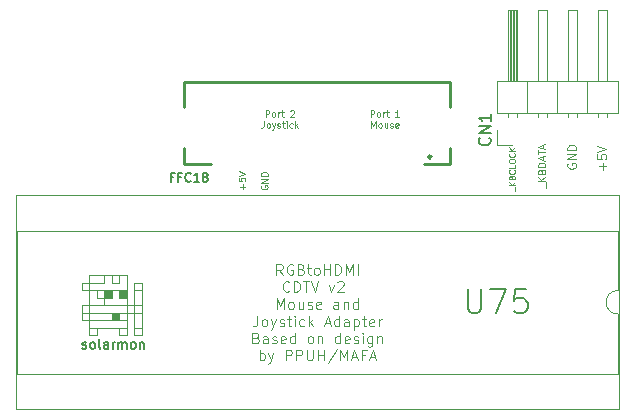
<source format=gbr>
G04 #@! TF.GenerationSoftware,KiCad,Pcbnew,(5.1.12)-1*
G04 #@! TF.CreationDate,2022-03-08T21:56:06+00:00*
G04 #@! TF.ProjectId,RGBtoHDMI CDTV v2 - Mouse and Joystick Adapter,52474274-6f48-4444-9d49-204344545620,v2*
G04 #@! TF.SameCoordinates,Original*
G04 #@! TF.FileFunction,Legend,Top*
G04 #@! TF.FilePolarity,Positive*
%FSLAX46Y46*%
G04 Gerber Fmt 4.6, Leading zero omitted, Abs format (unit mm)*
G04 Created by KiCad (PCBNEW (5.1.12)-1) date 2022-03-08 21:56:06*
%MOMM*%
%LPD*%
G01*
G04 APERTURE LIST*
%ADD10C,0.100000*%
%ADD11C,0.150000*%
%ADD12C,0.120000*%
%ADD13C,0.254000*%
%ADD14C,0.200000*%
G04 APERTURE END LIST*
D10*
X115648333Y-115991309D02*
X115648333Y-115441309D01*
X115857857Y-115441309D01*
X115910238Y-115467500D01*
X115936428Y-115493690D01*
X115962619Y-115546071D01*
X115962619Y-115624642D01*
X115936428Y-115677023D01*
X115910238Y-115703214D01*
X115857857Y-115729404D01*
X115648333Y-115729404D01*
X116276904Y-115991309D02*
X116224523Y-115965119D01*
X116198333Y-115938928D01*
X116172142Y-115886547D01*
X116172142Y-115729404D01*
X116198333Y-115677023D01*
X116224523Y-115650833D01*
X116276904Y-115624642D01*
X116355476Y-115624642D01*
X116407857Y-115650833D01*
X116434047Y-115677023D01*
X116460238Y-115729404D01*
X116460238Y-115886547D01*
X116434047Y-115938928D01*
X116407857Y-115965119D01*
X116355476Y-115991309D01*
X116276904Y-115991309D01*
X116695952Y-115991309D02*
X116695952Y-115624642D01*
X116695952Y-115729404D02*
X116722142Y-115677023D01*
X116748333Y-115650833D01*
X116800714Y-115624642D01*
X116853095Y-115624642D01*
X116957857Y-115624642D02*
X117167380Y-115624642D01*
X117036428Y-115441309D02*
X117036428Y-115912738D01*
X117062619Y-115965119D01*
X117115000Y-115991309D01*
X117167380Y-115991309D01*
X117743571Y-115493690D02*
X117769761Y-115467500D01*
X117822142Y-115441309D01*
X117953095Y-115441309D01*
X118005476Y-115467500D01*
X118031666Y-115493690D01*
X118057857Y-115546071D01*
X118057857Y-115598452D01*
X118031666Y-115677023D01*
X117717380Y-115991309D01*
X118057857Y-115991309D01*
X115491190Y-116366309D02*
X115491190Y-116759166D01*
X115465000Y-116837738D01*
X115412619Y-116890119D01*
X115334047Y-116916309D01*
X115281666Y-116916309D01*
X115831666Y-116916309D02*
X115779285Y-116890119D01*
X115753095Y-116863928D01*
X115726904Y-116811547D01*
X115726904Y-116654404D01*
X115753095Y-116602023D01*
X115779285Y-116575833D01*
X115831666Y-116549642D01*
X115910238Y-116549642D01*
X115962619Y-116575833D01*
X115988809Y-116602023D01*
X116015000Y-116654404D01*
X116015000Y-116811547D01*
X115988809Y-116863928D01*
X115962619Y-116890119D01*
X115910238Y-116916309D01*
X115831666Y-116916309D01*
X116198333Y-116549642D02*
X116329285Y-116916309D01*
X116460238Y-116549642D02*
X116329285Y-116916309D01*
X116276904Y-117047261D01*
X116250714Y-117073452D01*
X116198333Y-117099642D01*
X116643571Y-116890119D02*
X116695952Y-116916309D01*
X116800714Y-116916309D01*
X116853095Y-116890119D01*
X116879285Y-116837738D01*
X116879285Y-116811547D01*
X116853095Y-116759166D01*
X116800714Y-116732976D01*
X116722142Y-116732976D01*
X116669761Y-116706785D01*
X116643571Y-116654404D01*
X116643571Y-116628214D01*
X116669761Y-116575833D01*
X116722142Y-116549642D01*
X116800714Y-116549642D01*
X116853095Y-116575833D01*
X117036428Y-116549642D02*
X117245952Y-116549642D01*
X117115000Y-116366309D02*
X117115000Y-116837738D01*
X117141190Y-116890119D01*
X117193571Y-116916309D01*
X117245952Y-116916309D01*
X117429285Y-116916309D02*
X117429285Y-116549642D01*
X117429285Y-116366309D02*
X117403095Y-116392500D01*
X117429285Y-116418690D01*
X117455476Y-116392500D01*
X117429285Y-116366309D01*
X117429285Y-116418690D01*
X117926904Y-116890119D02*
X117874523Y-116916309D01*
X117769761Y-116916309D01*
X117717380Y-116890119D01*
X117691190Y-116863928D01*
X117665000Y-116811547D01*
X117665000Y-116654404D01*
X117691190Y-116602023D01*
X117717380Y-116575833D01*
X117769761Y-116549642D01*
X117874523Y-116549642D01*
X117926904Y-116575833D01*
X118162619Y-116916309D02*
X118162619Y-116366309D01*
X118215000Y-116706785D02*
X118372142Y-116916309D01*
X118372142Y-116549642D02*
X118162619Y-116759166D01*
X124538333Y-115991309D02*
X124538333Y-115441309D01*
X124747857Y-115441309D01*
X124800238Y-115467500D01*
X124826428Y-115493690D01*
X124852619Y-115546071D01*
X124852619Y-115624642D01*
X124826428Y-115677023D01*
X124800238Y-115703214D01*
X124747857Y-115729404D01*
X124538333Y-115729404D01*
X125166904Y-115991309D02*
X125114523Y-115965119D01*
X125088333Y-115938928D01*
X125062142Y-115886547D01*
X125062142Y-115729404D01*
X125088333Y-115677023D01*
X125114523Y-115650833D01*
X125166904Y-115624642D01*
X125245476Y-115624642D01*
X125297857Y-115650833D01*
X125324047Y-115677023D01*
X125350238Y-115729404D01*
X125350238Y-115886547D01*
X125324047Y-115938928D01*
X125297857Y-115965119D01*
X125245476Y-115991309D01*
X125166904Y-115991309D01*
X125585952Y-115991309D02*
X125585952Y-115624642D01*
X125585952Y-115729404D02*
X125612142Y-115677023D01*
X125638333Y-115650833D01*
X125690714Y-115624642D01*
X125743095Y-115624642D01*
X125847857Y-115624642D02*
X126057380Y-115624642D01*
X125926428Y-115441309D02*
X125926428Y-115912738D01*
X125952619Y-115965119D01*
X126005000Y-115991309D01*
X126057380Y-115991309D01*
X126947857Y-115991309D02*
X126633571Y-115991309D01*
X126790714Y-115991309D02*
X126790714Y-115441309D01*
X126738333Y-115519880D01*
X126685952Y-115572261D01*
X126633571Y-115598452D01*
X124590714Y-116916309D02*
X124590714Y-116366309D01*
X124774047Y-116759166D01*
X124957380Y-116366309D01*
X124957380Y-116916309D01*
X125297857Y-116916309D02*
X125245476Y-116890119D01*
X125219285Y-116863928D01*
X125193095Y-116811547D01*
X125193095Y-116654404D01*
X125219285Y-116602023D01*
X125245476Y-116575833D01*
X125297857Y-116549642D01*
X125376428Y-116549642D01*
X125428809Y-116575833D01*
X125455000Y-116602023D01*
X125481190Y-116654404D01*
X125481190Y-116811547D01*
X125455000Y-116863928D01*
X125428809Y-116890119D01*
X125376428Y-116916309D01*
X125297857Y-116916309D01*
X125952619Y-116549642D02*
X125952619Y-116916309D01*
X125716904Y-116549642D02*
X125716904Y-116837738D01*
X125743095Y-116890119D01*
X125795476Y-116916309D01*
X125874047Y-116916309D01*
X125926428Y-116890119D01*
X125952619Y-116863928D01*
X126188333Y-116890119D02*
X126240714Y-116916309D01*
X126345476Y-116916309D01*
X126397857Y-116890119D01*
X126424047Y-116837738D01*
X126424047Y-116811547D01*
X126397857Y-116759166D01*
X126345476Y-116732976D01*
X126266904Y-116732976D01*
X126214523Y-116706785D01*
X126188333Y-116654404D01*
X126188333Y-116628214D01*
X126214523Y-116575833D01*
X126266904Y-116549642D01*
X126345476Y-116549642D01*
X126397857Y-116575833D01*
X126869285Y-116890119D02*
X126816904Y-116916309D01*
X126712142Y-116916309D01*
X126659761Y-116890119D01*
X126633571Y-116837738D01*
X126633571Y-116628214D01*
X126659761Y-116575833D01*
X126712142Y-116549642D01*
X126816904Y-116549642D01*
X126869285Y-116575833D01*
X126895476Y-116628214D01*
X126895476Y-116680595D01*
X126633571Y-116732976D01*
X115295000Y-121831047D02*
X115268809Y-121883428D01*
X115268809Y-121962000D01*
X115295000Y-122040571D01*
X115347380Y-122092952D01*
X115399761Y-122119142D01*
X115504523Y-122145333D01*
X115583095Y-122145333D01*
X115687857Y-122119142D01*
X115740238Y-122092952D01*
X115792619Y-122040571D01*
X115818809Y-121962000D01*
X115818809Y-121909619D01*
X115792619Y-121831047D01*
X115766428Y-121804857D01*
X115583095Y-121804857D01*
X115583095Y-121909619D01*
X115818809Y-121569142D02*
X115268809Y-121569142D01*
X115818809Y-121254857D01*
X115268809Y-121254857D01*
X115818809Y-120992952D02*
X115268809Y-120992952D01*
X115268809Y-120862000D01*
X115295000Y-120783428D01*
X115347380Y-120731047D01*
X115399761Y-120704857D01*
X115504523Y-120678666D01*
X115583095Y-120678666D01*
X115687857Y-120704857D01*
X115740238Y-120731047D01*
X115792619Y-120783428D01*
X115818809Y-120862000D01*
X115818809Y-120992952D01*
X113704285Y-122119142D02*
X113704285Y-121700095D01*
X113913809Y-121909619D02*
X113494761Y-121909619D01*
X113363809Y-121176285D02*
X113363809Y-121438190D01*
X113625714Y-121464380D01*
X113599523Y-121438190D01*
X113573333Y-121385809D01*
X113573333Y-121254857D01*
X113599523Y-121202476D01*
X113625714Y-121176285D01*
X113678095Y-121150095D01*
X113809047Y-121150095D01*
X113861428Y-121176285D01*
X113887619Y-121202476D01*
X113913809Y-121254857D01*
X113913809Y-121385809D01*
X113887619Y-121438190D01*
X113861428Y-121464380D01*
X113363809Y-120992952D02*
X113913809Y-120809619D01*
X113363809Y-120626285D01*
X144198571Y-120471285D02*
X144198571Y-119899857D01*
X144484285Y-120185571D02*
X143912857Y-120185571D01*
X143734285Y-119185571D02*
X143734285Y-119542714D01*
X144091428Y-119578428D01*
X144055714Y-119542714D01*
X144020000Y-119471285D01*
X144020000Y-119292714D01*
X144055714Y-119221285D01*
X144091428Y-119185571D01*
X144162857Y-119149857D01*
X144341428Y-119149857D01*
X144412857Y-119185571D01*
X144448571Y-119221285D01*
X144484285Y-119292714D01*
X144484285Y-119471285D01*
X144448571Y-119542714D01*
X144412857Y-119578428D01*
X143734285Y-118935571D02*
X144484285Y-118685571D01*
X143734285Y-118435571D01*
X141230000Y-119951428D02*
X141194285Y-120022857D01*
X141194285Y-120130000D01*
X141230000Y-120237142D01*
X141301428Y-120308571D01*
X141372857Y-120344285D01*
X141515714Y-120380000D01*
X141622857Y-120380000D01*
X141765714Y-120344285D01*
X141837142Y-120308571D01*
X141908571Y-120237142D01*
X141944285Y-120130000D01*
X141944285Y-120058571D01*
X141908571Y-119951428D01*
X141872857Y-119915714D01*
X141622857Y-119915714D01*
X141622857Y-120058571D01*
X141944285Y-119594285D02*
X141194285Y-119594285D01*
X141944285Y-119165714D01*
X141194285Y-119165714D01*
X141944285Y-118808571D02*
X141194285Y-118808571D01*
X141194285Y-118630000D01*
X141230000Y-118522857D01*
X141301428Y-118451428D01*
X141372857Y-118415714D01*
X141515714Y-118380000D01*
X141622857Y-118380000D01*
X141765714Y-118415714D01*
X141837142Y-118451428D01*
X141908571Y-118522857D01*
X141944285Y-118630000D01*
X141944285Y-118808571D01*
X136798809Y-122300761D02*
X136798809Y-121919809D01*
X136751190Y-121800761D02*
X136251190Y-121800761D01*
X136751190Y-121515047D02*
X136465476Y-121729333D01*
X136251190Y-121515047D02*
X136536904Y-121800761D01*
X136489285Y-121134095D02*
X136513095Y-121062666D01*
X136536904Y-121038857D01*
X136584523Y-121015047D01*
X136655952Y-121015047D01*
X136703571Y-121038857D01*
X136727380Y-121062666D01*
X136751190Y-121110285D01*
X136751190Y-121300761D01*
X136251190Y-121300761D01*
X136251190Y-121134095D01*
X136275000Y-121086476D01*
X136298809Y-121062666D01*
X136346428Y-121038857D01*
X136394047Y-121038857D01*
X136441666Y-121062666D01*
X136465476Y-121086476D01*
X136489285Y-121134095D01*
X136489285Y-121300761D01*
X136703571Y-120515047D02*
X136727380Y-120538857D01*
X136751190Y-120610285D01*
X136751190Y-120657904D01*
X136727380Y-120729333D01*
X136679761Y-120776952D01*
X136632142Y-120800761D01*
X136536904Y-120824571D01*
X136465476Y-120824571D01*
X136370238Y-120800761D01*
X136322619Y-120776952D01*
X136275000Y-120729333D01*
X136251190Y-120657904D01*
X136251190Y-120610285D01*
X136275000Y-120538857D01*
X136298809Y-120515047D01*
X136751190Y-120062666D02*
X136751190Y-120300761D01*
X136251190Y-120300761D01*
X136251190Y-119800761D02*
X136251190Y-119705523D01*
X136275000Y-119657904D01*
X136322619Y-119610285D01*
X136417857Y-119586476D01*
X136584523Y-119586476D01*
X136679761Y-119610285D01*
X136727380Y-119657904D01*
X136751190Y-119705523D01*
X136751190Y-119800761D01*
X136727380Y-119848380D01*
X136679761Y-119896000D01*
X136584523Y-119919809D01*
X136417857Y-119919809D01*
X136322619Y-119896000D01*
X136275000Y-119848380D01*
X136251190Y-119800761D01*
X136703571Y-119086476D02*
X136727380Y-119110285D01*
X136751190Y-119181714D01*
X136751190Y-119229333D01*
X136727380Y-119300761D01*
X136679761Y-119348380D01*
X136632142Y-119372190D01*
X136536904Y-119396000D01*
X136465476Y-119396000D01*
X136370238Y-119372190D01*
X136322619Y-119348380D01*
X136275000Y-119300761D01*
X136251190Y-119229333D01*
X136251190Y-119181714D01*
X136275000Y-119110285D01*
X136298809Y-119086476D01*
X136751190Y-118872190D02*
X136251190Y-118872190D01*
X136751190Y-118586476D02*
X136465476Y-118800761D01*
X136251190Y-118586476D02*
X136536904Y-118872190D01*
X139393571Y-122013428D02*
X139393571Y-121556285D01*
X139336428Y-121413428D02*
X138736428Y-121413428D01*
X139336428Y-121070571D02*
X138993571Y-121327714D01*
X138736428Y-121070571D02*
X139079285Y-121413428D01*
X139022142Y-120613428D02*
X139050714Y-120527714D01*
X139079285Y-120499142D01*
X139136428Y-120470571D01*
X139222142Y-120470571D01*
X139279285Y-120499142D01*
X139307857Y-120527714D01*
X139336428Y-120584857D01*
X139336428Y-120813428D01*
X138736428Y-120813428D01*
X138736428Y-120613428D01*
X138765000Y-120556285D01*
X138793571Y-120527714D01*
X138850714Y-120499142D01*
X138907857Y-120499142D01*
X138965000Y-120527714D01*
X138993571Y-120556285D01*
X139022142Y-120613428D01*
X139022142Y-120813428D01*
X139336428Y-120213428D02*
X138736428Y-120213428D01*
X138736428Y-120070571D01*
X138765000Y-119984857D01*
X138822142Y-119927714D01*
X138879285Y-119899142D01*
X138993571Y-119870571D01*
X139079285Y-119870571D01*
X139193571Y-119899142D01*
X139250714Y-119927714D01*
X139307857Y-119984857D01*
X139336428Y-120070571D01*
X139336428Y-120213428D01*
X139165000Y-119642000D02*
X139165000Y-119356285D01*
X139336428Y-119699142D02*
X138736428Y-119499142D01*
X139336428Y-119299142D01*
X138736428Y-119184857D02*
X138736428Y-118842000D01*
X139336428Y-119013428D02*
X138736428Y-119013428D01*
X139165000Y-118670571D02*
X139165000Y-118384857D01*
X139336428Y-118727714D02*
X138736428Y-118527714D01*
X139336428Y-118327714D01*
D11*
X100133476Y-135578809D02*
X100209666Y-135616904D01*
X100362047Y-135616904D01*
X100438238Y-135578809D01*
X100476333Y-135502619D01*
X100476333Y-135464523D01*
X100438238Y-135388333D01*
X100362047Y-135350238D01*
X100247761Y-135350238D01*
X100171571Y-135312142D01*
X100133476Y-135235952D01*
X100133476Y-135197857D01*
X100171571Y-135121666D01*
X100247761Y-135083571D01*
X100362047Y-135083571D01*
X100438238Y-135121666D01*
X100933476Y-135616904D02*
X100857285Y-135578809D01*
X100819190Y-135540714D01*
X100781095Y-135464523D01*
X100781095Y-135235952D01*
X100819190Y-135159761D01*
X100857285Y-135121666D01*
X100933476Y-135083571D01*
X101047761Y-135083571D01*
X101123952Y-135121666D01*
X101162047Y-135159761D01*
X101200142Y-135235952D01*
X101200142Y-135464523D01*
X101162047Y-135540714D01*
X101123952Y-135578809D01*
X101047761Y-135616904D01*
X100933476Y-135616904D01*
X101657285Y-135616904D02*
X101581095Y-135578809D01*
X101543000Y-135502619D01*
X101543000Y-134816904D01*
X102304904Y-135616904D02*
X102304904Y-135197857D01*
X102266809Y-135121666D01*
X102190619Y-135083571D01*
X102038238Y-135083571D01*
X101962047Y-135121666D01*
X102304904Y-135578809D02*
X102228714Y-135616904D01*
X102038238Y-135616904D01*
X101962047Y-135578809D01*
X101923952Y-135502619D01*
X101923952Y-135426428D01*
X101962047Y-135350238D01*
X102038238Y-135312142D01*
X102228714Y-135312142D01*
X102304904Y-135274047D01*
X102685857Y-135616904D02*
X102685857Y-135083571D01*
X102685857Y-135235952D02*
X102723952Y-135159761D01*
X102762047Y-135121666D01*
X102838238Y-135083571D01*
X102914428Y-135083571D01*
X103181095Y-135616904D02*
X103181095Y-135083571D01*
X103181095Y-135159761D02*
X103219190Y-135121666D01*
X103295380Y-135083571D01*
X103409666Y-135083571D01*
X103485857Y-135121666D01*
X103523952Y-135197857D01*
X103523952Y-135616904D01*
X103523952Y-135197857D02*
X103562047Y-135121666D01*
X103638238Y-135083571D01*
X103752523Y-135083571D01*
X103828714Y-135121666D01*
X103866809Y-135197857D01*
X103866809Y-135616904D01*
X104362047Y-135616904D02*
X104285857Y-135578809D01*
X104247761Y-135540714D01*
X104209666Y-135464523D01*
X104209666Y-135235952D01*
X104247761Y-135159761D01*
X104285857Y-135121666D01*
X104362047Y-135083571D01*
X104476333Y-135083571D01*
X104552523Y-135121666D01*
X104590619Y-135159761D01*
X104628714Y-135235952D01*
X104628714Y-135464523D01*
X104590619Y-135540714D01*
X104552523Y-135578809D01*
X104476333Y-135616904D01*
X104362047Y-135616904D01*
X104971571Y-135083571D02*
X104971571Y-135616904D01*
X104971571Y-135159761D02*
X105009666Y-135121666D01*
X105085857Y-135083571D01*
X105200142Y-135083571D01*
X105276333Y-135121666D01*
X105314428Y-135197857D01*
X105314428Y-135616904D01*
D10*
X117079285Y-129370142D02*
X116779285Y-128941571D01*
X116565000Y-129370142D02*
X116565000Y-128470142D01*
X116907857Y-128470142D01*
X116993571Y-128513000D01*
X117036428Y-128555857D01*
X117079285Y-128641571D01*
X117079285Y-128770142D01*
X117036428Y-128855857D01*
X116993571Y-128898714D01*
X116907857Y-128941571D01*
X116565000Y-128941571D01*
X117936428Y-128513000D02*
X117850714Y-128470142D01*
X117722142Y-128470142D01*
X117593571Y-128513000D01*
X117507857Y-128598714D01*
X117465000Y-128684428D01*
X117422142Y-128855857D01*
X117422142Y-128984428D01*
X117465000Y-129155857D01*
X117507857Y-129241571D01*
X117593571Y-129327285D01*
X117722142Y-129370142D01*
X117807857Y-129370142D01*
X117936428Y-129327285D01*
X117979285Y-129284428D01*
X117979285Y-128984428D01*
X117807857Y-128984428D01*
X118665000Y-128898714D02*
X118793571Y-128941571D01*
X118836428Y-128984428D01*
X118879285Y-129070142D01*
X118879285Y-129198714D01*
X118836428Y-129284428D01*
X118793571Y-129327285D01*
X118707857Y-129370142D01*
X118365000Y-129370142D01*
X118365000Y-128470142D01*
X118665000Y-128470142D01*
X118750714Y-128513000D01*
X118793571Y-128555857D01*
X118836428Y-128641571D01*
X118836428Y-128727285D01*
X118793571Y-128813000D01*
X118750714Y-128855857D01*
X118665000Y-128898714D01*
X118365000Y-128898714D01*
X119136428Y-128770142D02*
X119479285Y-128770142D01*
X119265000Y-128470142D02*
X119265000Y-129241571D01*
X119307857Y-129327285D01*
X119393571Y-129370142D01*
X119479285Y-129370142D01*
X119907857Y-129370142D02*
X119822142Y-129327285D01*
X119779285Y-129284428D01*
X119736428Y-129198714D01*
X119736428Y-128941571D01*
X119779285Y-128855857D01*
X119822142Y-128813000D01*
X119907857Y-128770142D01*
X120036428Y-128770142D01*
X120122142Y-128813000D01*
X120165000Y-128855857D01*
X120207857Y-128941571D01*
X120207857Y-129198714D01*
X120165000Y-129284428D01*
X120122142Y-129327285D01*
X120036428Y-129370142D01*
X119907857Y-129370142D01*
X120593571Y-129370142D02*
X120593571Y-128470142D01*
X120593571Y-128898714D02*
X121107857Y-128898714D01*
X121107857Y-129370142D02*
X121107857Y-128470142D01*
X121536428Y-129370142D02*
X121536428Y-128470142D01*
X121750714Y-128470142D01*
X121879285Y-128513000D01*
X121965000Y-128598714D01*
X122007857Y-128684428D01*
X122050714Y-128855857D01*
X122050714Y-128984428D01*
X122007857Y-129155857D01*
X121965000Y-129241571D01*
X121879285Y-129327285D01*
X121750714Y-129370142D01*
X121536428Y-129370142D01*
X122436428Y-129370142D02*
X122436428Y-128470142D01*
X122736428Y-129113000D01*
X123036428Y-128470142D01*
X123036428Y-129370142D01*
X123465000Y-129370142D02*
X123465000Y-128470142D01*
X117657857Y-130734428D02*
X117615000Y-130777285D01*
X117486428Y-130820142D01*
X117400714Y-130820142D01*
X117272142Y-130777285D01*
X117186428Y-130691571D01*
X117143571Y-130605857D01*
X117100714Y-130434428D01*
X117100714Y-130305857D01*
X117143571Y-130134428D01*
X117186428Y-130048714D01*
X117272142Y-129963000D01*
X117400714Y-129920142D01*
X117486428Y-129920142D01*
X117615000Y-129963000D01*
X117657857Y-130005857D01*
X118043571Y-130820142D02*
X118043571Y-129920142D01*
X118257857Y-129920142D01*
X118386428Y-129963000D01*
X118472142Y-130048714D01*
X118515000Y-130134428D01*
X118557857Y-130305857D01*
X118557857Y-130434428D01*
X118515000Y-130605857D01*
X118472142Y-130691571D01*
X118386428Y-130777285D01*
X118257857Y-130820142D01*
X118043571Y-130820142D01*
X118815000Y-129920142D02*
X119329285Y-129920142D01*
X119072142Y-130820142D02*
X119072142Y-129920142D01*
X119500714Y-129920142D02*
X119800714Y-130820142D01*
X120100714Y-129920142D01*
X121000714Y-130220142D02*
X121215000Y-130820142D01*
X121429285Y-130220142D01*
X121729285Y-130005857D02*
X121772142Y-129963000D01*
X121857857Y-129920142D01*
X122072142Y-129920142D01*
X122157857Y-129963000D01*
X122200714Y-130005857D01*
X122243571Y-130091571D01*
X122243571Y-130177285D01*
X122200714Y-130305857D01*
X121686428Y-130820142D01*
X122243571Y-130820142D01*
X116586428Y-132270142D02*
X116586428Y-131370142D01*
X116886428Y-132013000D01*
X117186428Y-131370142D01*
X117186428Y-132270142D01*
X117743571Y-132270142D02*
X117657857Y-132227285D01*
X117615000Y-132184428D01*
X117572142Y-132098714D01*
X117572142Y-131841571D01*
X117615000Y-131755857D01*
X117657857Y-131713000D01*
X117743571Y-131670142D01*
X117872142Y-131670142D01*
X117957857Y-131713000D01*
X118000714Y-131755857D01*
X118043571Y-131841571D01*
X118043571Y-132098714D01*
X118000714Y-132184428D01*
X117957857Y-132227285D01*
X117872142Y-132270142D01*
X117743571Y-132270142D01*
X118815000Y-131670142D02*
X118815000Y-132270142D01*
X118429285Y-131670142D02*
X118429285Y-132141571D01*
X118472142Y-132227285D01*
X118557857Y-132270142D01*
X118686428Y-132270142D01*
X118772142Y-132227285D01*
X118815000Y-132184428D01*
X119200714Y-132227285D02*
X119286428Y-132270142D01*
X119457857Y-132270142D01*
X119543571Y-132227285D01*
X119586428Y-132141571D01*
X119586428Y-132098714D01*
X119543571Y-132013000D01*
X119457857Y-131970142D01*
X119329285Y-131970142D01*
X119243571Y-131927285D01*
X119200714Y-131841571D01*
X119200714Y-131798714D01*
X119243571Y-131713000D01*
X119329285Y-131670142D01*
X119457857Y-131670142D01*
X119543571Y-131713000D01*
X120315000Y-132227285D02*
X120229285Y-132270142D01*
X120057857Y-132270142D01*
X119972142Y-132227285D01*
X119929285Y-132141571D01*
X119929285Y-131798714D01*
X119972142Y-131713000D01*
X120057857Y-131670142D01*
X120229285Y-131670142D01*
X120315000Y-131713000D01*
X120357857Y-131798714D01*
X120357857Y-131884428D01*
X119929285Y-131970142D01*
X121815000Y-132270142D02*
X121815000Y-131798714D01*
X121772142Y-131713000D01*
X121686428Y-131670142D01*
X121515000Y-131670142D01*
X121429285Y-131713000D01*
X121815000Y-132227285D02*
X121729285Y-132270142D01*
X121515000Y-132270142D01*
X121429285Y-132227285D01*
X121386428Y-132141571D01*
X121386428Y-132055857D01*
X121429285Y-131970142D01*
X121515000Y-131927285D01*
X121729285Y-131927285D01*
X121815000Y-131884428D01*
X122243571Y-131670142D02*
X122243571Y-132270142D01*
X122243571Y-131755857D02*
X122286428Y-131713000D01*
X122372142Y-131670142D01*
X122500714Y-131670142D01*
X122586428Y-131713000D01*
X122629285Y-131798714D01*
X122629285Y-132270142D01*
X123443571Y-132270142D02*
X123443571Y-131370142D01*
X123443571Y-132227285D02*
X123357857Y-132270142D01*
X123186428Y-132270142D01*
X123100714Y-132227285D01*
X123057857Y-132184428D01*
X123015000Y-132098714D01*
X123015000Y-131841571D01*
X123057857Y-131755857D01*
X123100714Y-131713000D01*
X123186428Y-131670142D01*
X123357857Y-131670142D01*
X123443571Y-131713000D01*
X114936428Y-132820142D02*
X114936428Y-133463000D01*
X114893571Y-133591571D01*
X114807857Y-133677285D01*
X114679285Y-133720142D01*
X114593571Y-133720142D01*
X115493571Y-133720142D02*
X115407857Y-133677285D01*
X115365000Y-133634428D01*
X115322142Y-133548714D01*
X115322142Y-133291571D01*
X115365000Y-133205857D01*
X115407857Y-133163000D01*
X115493571Y-133120142D01*
X115622142Y-133120142D01*
X115707857Y-133163000D01*
X115750714Y-133205857D01*
X115793571Y-133291571D01*
X115793571Y-133548714D01*
X115750714Y-133634428D01*
X115707857Y-133677285D01*
X115622142Y-133720142D01*
X115493571Y-133720142D01*
X116093571Y-133120142D02*
X116307857Y-133720142D01*
X116522142Y-133120142D02*
X116307857Y-133720142D01*
X116222142Y-133934428D01*
X116179285Y-133977285D01*
X116093571Y-134020142D01*
X116822142Y-133677285D02*
X116907857Y-133720142D01*
X117079285Y-133720142D01*
X117165000Y-133677285D01*
X117207857Y-133591571D01*
X117207857Y-133548714D01*
X117165000Y-133463000D01*
X117079285Y-133420142D01*
X116950714Y-133420142D01*
X116865000Y-133377285D01*
X116822142Y-133291571D01*
X116822142Y-133248714D01*
X116865000Y-133163000D01*
X116950714Y-133120142D01*
X117079285Y-133120142D01*
X117165000Y-133163000D01*
X117465000Y-133120142D02*
X117807857Y-133120142D01*
X117593571Y-132820142D02*
X117593571Y-133591571D01*
X117636428Y-133677285D01*
X117722142Y-133720142D01*
X117807857Y-133720142D01*
X118107857Y-133720142D02*
X118107857Y-133120142D01*
X118107857Y-132820142D02*
X118065000Y-132863000D01*
X118107857Y-132905857D01*
X118150714Y-132863000D01*
X118107857Y-132820142D01*
X118107857Y-132905857D01*
X118922142Y-133677285D02*
X118836428Y-133720142D01*
X118665000Y-133720142D01*
X118579285Y-133677285D01*
X118536428Y-133634428D01*
X118493571Y-133548714D01*
X118493571Y-133291571D01*
X118536428Y-133205857D01*
X118579285Y-133163000D01*
X118665000Y-133120142D01*
X118836428Y-133120142D01*
X118922142Y-133163000D01*
X119307857Y-133720142D02*
X119307857Y-132820142D01*
X119393571Y-133377285D02*
X119650714Y-133720142D01*
X119650714Y-133120142D02*
X119307857Y-133463000D01*
X120679285Y-133463000D02*
X121107857Y-133463000D01*
X120593571Y-133720142D02*
X120893571Y-132820142D01*
X121193571Y-133720142D01*
X121879285Y-133720142D02*
X121879285Y-132820142D01*
X121879285Y-133677285D02*
X121793571Y-133720142D01*
X121622142Y-133720142D01*
X121536428Y-133677285D01*
X121493571Y-133634428D01*
X121450714Y-133548714D01*
X121450714Y-133291571D01*
X121493571Y-133205857D01*
X121536428Y-133163000D01*
X121622142Y-133120142D01*
X121793571Y-133120142D01*
X121879285Y-133163000D01*
X122693571Y-133720142D02*
X122693571Y-133248714D01*
X122650714Y-133163000D01*
X122565000Y-133120142D01*
X122393571Y-133120142D01*
X122307857Y-133163000D01*
X122693571Y-133677285D02*
X122607857Y-133720142D01*
X122393571Y-133720142D01*
X122307857Y-133677285D01*
X122265000Y-133591571D01*
X122265000Y-133505857D01*
X122307857Y-133420142D01*
X122393571Y-133377285D01*
X122607857Y-133377285D01*
X122693571Y-133334428D01*
X123122142Y-133120142D02*
X123122142Y-134020142D01*
X123122142Y-133163000D02*
X123207857Y-133120142D01*
X123379285Y-133120142D01*
X123465000Y-133163000D01*
X123507857Y-133205857D01*
X123550714Y-133291571D01*
X123550714Y-133548714D01*
X123507857Y-133634428D01*
X123465000Y-133677285D01*
X123379285Y-133720142D01*
X123207857Y-133720142D01*
X123122142Y-133677285D01*
X123807857Y-133120142D02*
X124150714Y-133120142D01*
X123936428Y-132820142D02*
X123936428Y-133591571D01*
X123979285Y-133677285D01*
X124065000Y-133720142D01*
X124150714Y-133720142D01*
X124793571Y-133677285D02*
X124707857Y-133720142D01*
X124536428Y-133720142D01*
X124450714Y-133677285D01*
X124407857Y-133591571D01*
X124407857Y-133248714D01*
X124450714Y-133163000D01*
X124536428Y-133120142D01*
X124707857Y-133120142D01*
X124793571Y-133163000D01*
X124836428Y-133248714D01*
X124836428Y-133334428D01*
X124407857Y-133420142D01*
X125222142Y-133720142D02*
X125222142Y-133120142D01*
X125222142Y-133291571D02*
X125265000Y-133205857D01*
X125307857Y-133163000D01*
X125393571Y-133120142D01*
X125479285Y-133120142D01*
X114829285Y-134698714D02*
X114957857Y-134741571D01*
X115000714Y-134784428D01*
X115043571Y-134870142D01*
X115043571Y-134998714D01*
X115000714Y-135084428D01*
X114957857Y-135127285D01*
X114872142Y-135170142D01*
X114529285Y-135170142D01*
X114529285Y-134270142D01*
X114829285Y-134270142D01*
X114915000Y-134313000D01*
X114957857Y-134355857D01*
X115000714Y-134441571D01*
X115000714Y-134527285D01*
X114957857Y-134613000D01*
X114915000Y-134655857D01*
X114829285Y-134698714D01*
X114529285Y-134698714D01*
X115815000Y-135170142D02*
X115815000Y-134698714D01*
X115772142Y-134613000D01*
X115686428Y-134570142D01*
X115515000Y-134570142D01*
X115429285Y-134613000D01*
X115815000Y-135127285D02*
X115729285Y-135170142D01*
X115515000Y-135170142D01*
X115429285Y-135127285D01*
X115386428Y-135041571D01*
X115386428Y-134955857D01*
X115429285Y-134870142D01*
X115515000Y-134827285D01*
X115729285Y-134827285D01*
X115815000Y-134784428D01*
X116200714Y-135127285D02*
X116286428Y-135170142D01*
X116457857Y-135170142D01*
X116543571Y-135127285D01*
X116586428Y-135041571D01*
X116586428Y-134998714D01*
X116543571Y-134913000D01*
X116457857Y-134870142D01*
X116329285Y-134870142D01*
X116243571Y-134827285D01*
X116200714Y-134741571D01*
X116200714Y-134698714D01*
X116243571Y-134613000D01*
X116329285Y-134570142D01*
X116457857Y-134570142D01*
X116543571Y-134613000D01*
X117315000Y-135127285D02*
X117229285Y-135170142D01*
X117057857Y-135170142D01*
X116972142Y-135127285D01*
X116929285Y-135041571D01*
X116929285Y-134698714D01*
X116972142Y-134613000D01*
X117057857Y-134570142D01*
X117229285Y-134570142D01*
X117315000Y-134613000D01*
X117357857Y-134698714D01*
X117357857Y-134784428D01*
X116929285Y-134870142D01*
X118129285Y-135170142D02*
X118129285Y-134270142D01*
X118129285Y-135127285D02*
X118043571Y-135170142D01*
X117872142Y-135170142D01*
X117786428Y-135127285D01*
X117743571Y-135084428D01*
X117700714Y-134998714D01*
X117700714Y-134741571D01*
X117743571Y-134655857D01*
X117786428Y-134613000D01*
X117872142Y-134570142D01*
X118043571Y-134570142D01*
X118129285Y-134613000D01*
X119372142Y-135170142D02*
X119286428Y-135127285D01*
X119243571Y-135084428D01*
X119200714Y-134998714D01*
X119200714Y-134741571D01*
X119243571Y-134655857D01*
X119286428Y-134613000D01*
X119372142Y-134570142D01*
X119500714Y-134570142D01*
X119586428Y-134613000D01*
X119629285Y-134655857D01*
X119672142Y-134741571D01*
X119672142Y-134998714D01*
X119629285Y-135084428D01*
X119586428Y-135127285D01*
X119500714Y-135170142D01*
X119372142Y-135170142D01*
X120057857Y-134570142D02*
X120057857Y-135170142D01*
X120057857Y-134655857D02*
X120100714Y-134613000D01*
X120186428Y-134570142D01*
X120315000Y-134570142D01*
X120400714Y-134613000D01*
X120443571Y-134698714D01*
X120443571Y-135170142D01*
X121943571Y-135170142D02*
X121943571Y-134270142D01*
X121943571Y-135127285D02*
X121857857Y-135170142D01*
X121686428Y-135170142D01*
X121600714Y-135127285D01*
X121557857Y-135084428D01*
X121515000Y-134998714D01*
X121515000Y-134741571D01*
X121557857Y-134655857D01*
X121600714Y-134613000D01*
X121686428Y-134570142D01*
X121857857Y-134570142D01*
X121943571Y-134613000D01*
X122715000Y-135127285D02*
X122629285Y-135170142D01*
X122457857Y-135170142D01*
X122372142Y-135127285D01*
X122329285Y-135041571D01*
X122329285Y-134698714D01*
X122372142Y-134613000D01*
X122457857Y-134570142D01*
X122629285Y-134570142D01*
X122715000Y-134613000D01*
X122757857Y-134698714D01*
X122757857Y-134784428D01*
X122329285Y-134870142D01*
X123100714Y-135127285D02*
X123186428Y-135170142D01*
X123357857Y-135170142D01*
X123443571Y-135127285D01*
X123486428Y-135041571D01*
X123486428Y-134998714D01*
X123443571Y-134913000D01*
X123357857Y-134870142D01*
X123229285Y-134870142D01*
X123143571Y-134827285D01*
X123100714Y-134741571D01*
X123100714Y-134698714D01*
X123143571Y-134613000D01*
X123229285Y-134570142D01*
X123357857Y-134570142D01*
X123443571Y-134613000D01*
X123872142Y-135170142D02*
X123872142Y-134570142D01*
X123872142Y-134270142D02*
X123829285Y-134313000D01*
X123872142Y-134355857D01*
X123915000Y-134313000D01*
X123872142Y-134270142D01*
X123872142Y-134355857D01*
X124686428Y-134570142D02*
X124686428Y-135298714D01*
X124643571Y-135384428D01*
X124600714Y-135427285D01*
X124515000Y-135470142D01*
X124386428Y-135470142D01*
X124300714Y-135427285D01*
X124686428Y-135127285D02*
X124600714Y-135170142D01*
X124429285Y-135170142D01*
X124343571Y-135127285D01*
X124300714Y-135084428D01*
X124257857Y-134998714D01*
X124257857Y-134741571D01*
X124300714Y-134655857D01*
X124343571Y-134613000D01*
X124429285Y-134570142D01*
X124600714Y-134570142D01*
X124686428Y-134613000D01*
X125115000Y-134570142D02*
X125115000Y-135170142D01*
X125115000Y-134655857D02*
X125157857Y-134613000D01*
X125243571Y-134570142D01*
X125372142Y-134570142D01*
X125457857Y-134613000D01*
X125500714Y-134698714D01*
X125500714Y-135170142D01*
X115150714Y-136620142D02*
X115150714Y-135720142D01*
X115150714Y-136063000D02*
X115236428Y-136020142D01*
X115407857Y-136020142D01*
X115493571Y-136063000D01*
X115536428Y-136105857D01*
X115579285Y-136191571D01*
X115579285Y-136448714D01*
X115536428Y-136534428D01*
X115493571Y-136577285D01*
X115407857Y-136620142D01*
X115236428Y-136620142D01*
X115150714Y-136577285D01*
X115879285Y-136020142D02*
X116093571Y-136620142D01*
X116307857Y-136020142D02*
X116093571Y-136620142D01*
X116007857Y-136834428D01*
X115965000Y-136877285D01*
X115879285Y-136920142D01*
X117336428Y-136620142D02*
X117336428Y-135720142D01*
X117679285Y-135720142D01*
X117765000Y-135763000D01*
X117807857Y-135805857D01*
X117850714Y-135891571D01*
X117850714Y-136020142D01*
X117807857Y-136105857D01*
X117765000Y-136148714D01*
X117679285Y-136191571D01*
X117336428Y-136191571D01*
X118236428Y-136620142D02*
X118236428Y-135720142D01*
X118579285Y-135720142D01*
X118665000Y-135763000D01*
X118707857Y-135805857D01*
X118750714Y-135891571D01*
X118750714Y-136020142D01*
X118707857Y-136105857D01*
X118665000Y-136148714D01*
X118579285Y-136191571D01*
X118236428Y-136191571D01*
X119136428Y-135720142D02*
X119136428Y-136448714D01*
X119179285Y-136534428D01*
X119222142Y-136577285D01*
X119307857Y-136620142D01*
X119479285Y-136620142D01*
X119565000Y-136577285D01*
X119607857Y-136534428D01*
X119650714Y-136448714D01*
X119650714Y-135720142D01*
X120079285Y-136620142D02*
X120079285Y-135720142D01*
X120079285Y-136148714D02*
X120593571Y-136148714D01*
X120593571Y-136620142D02*
X120593571Y-135720142D01*
X121665000Y-135677285D02*
X120893571Y-136834428D01*
X121965000Y-136620142D02*
X121965000Y-135720142D01*
X122265000Y-136363000D01*
X122565000Y-135720142D01*
X122565000Y-136620142D01*
X122950714Y-136363000D02*
X123379285Y-136363000D01*
X122865000Y-136620142D02*
X123165000Y-135720142D01*
X123465000Y-136620142D01*
X124065000Y-136148714D02*
X123765000Y-136148714D01*
X123765000Y-136620142D02*
X123765000Y-135720142D01*
X124193571Y-135720142D01*
X124493571Y-136363000D02*
X124922142Y-136363000D01*
X124407857Y-136620142D02*
X124707857Y-135720142D01*
X125007857Y-136620142D01*
D12*
X145535000Y-140759000D02*
X145535000Y-122639000D01*
X94495000Y-140759000D02*
X145535000Y-140759000D01*
X94495000Y-122639000D02*
X94495000Y-140759000D01*
X145535000Y-122639000D02*
X94495000Y-122639000D01*
X145475000Y-137759000D02*
X145475000Y-132699000D01*
X94555000Y-137759000D02*
X145475000Y-137759000D01*
X94555000Y-125639000D02*
X94555000Y-137759000D01*
X145475000Y-125639000D02*
X94555000Y-125639000D01*
X145475000Y-130699000D02*
X145475000Y-125639000D01*
X145475000Y-132699000D02*
G75*
G02*
X145475000Y-130699000I0J1000000D01*
G01*
X135195000Y-115654000D02*
X145475000Y-115654000D01*
X145475000Y-115654000D02*
X145475000Y-112994000D01*
X145475000Y-112994000D02*
X135195000Y-112994000D01*
X135195000Y-112994000D02*
X135195000Y-115654000D01*
X136145000Y-112994000D02*
X136145000Y-106994000D01*
X136145000Y-106994000D02*
X136905000Y-106994000D01*
X136905000Y-106994000D02*
X136905000Y-112994000D01*
X136205000Y-112994000D02*
X136205000Y-106994000D01*
X136325000Y-112994000D02*
X136325000Y-106994000D01*
X136445000Y-112994000D02*
X136445000Y-106994000D01*
X136565000Y-112994000D02*
X136565000Y-106994000D01*
X136685000Y-112994000D02*
X136685000Y-106994000D01*
X136805000Y-112994000D02*
X136805000Y-106994000D01*
X136145000Y-115984000D02*
X136145000Y-115654000D01*
X136905000Y-115984000D02*
X136905000Y-115654000D01*
X137795000Y-115654000D02*
X137795000Y-112994000D01*
X138685000Y-112994000D02*
X138685000Y-106994000D01*
X138685000Y-106994000D02*
X139445000Y-106994000D01*
X139445000Y-106994000D02*
X139445000Y-112994000D01*
X138685000Y-116051071D02*
X138685000Y-115654000D01*
X139445000Y-116051071D02*
X139445000Y-115654000D01*
X140335000Y-115654000D02*
X140335000Y-112994000D01*
X141225000Y-112994000D02*
X141225000Y-106994000D01*
X141225000Y-106994000D02*
X141985000Y-106994000D01*
X141985000Y-106994000D02*
X141985000Y-112994000D01*
X141225000Y-116051071D02*
X141225000Y-115654000D01*
X141985000Y-116051071D02*
X141985000Y-115654000D01*
X142875000Y-115654000D02*
X142875000Y-112994000D01*
X143765000Y-112994000D02*
X143765000Y-106994000D01*
X143765000Y-106994000D02*
X144525000Y-106994000D01*
X144525000Y-106994000D02*
X144525000Y-112994000D01*
X143765000Y-116051071D02*
X143765000Y-115654000D01*
X144525000Y-116051071D02*
X144525000Y-115654000D01*
X136525000Y-118364000D02*
X135255000Y-118364000D01*
X135255000Y-118364000D02*
X135255000Y-117094000D01*
D10*
X103251000Y-131318000D02*
X103886000Y-131318000D01*
G36*
X103251000Y-133223000D02*
G01*
X102616000Y-133223000D01*
X102616000Y-132588000D01*
X103251000Y-132588000D01*
X103251000Y-133223000D01*
G37*
X103251000Y-133223000D02*
X102616000Y-133223000D01*
X102616000Y-132588000D01*
X103251000Y-132588000D01*
X103251000Y-133223000D01*
G36*
X103886000Y-131318000D02*
G01*
X103251000Y-131318000D01*
X103251000Y-130683000D01*
X103886000Y-130683000D01*
X103886000Y-131318000D01*
G37*
X103886000Y-131318000D02*
X103251000Y-131318000D01*
X103251000Y-130683000D01*
X103886000Y-130683000D01*
X103886000Y-131318000D01*
G36*
X102616000Y-131318000D02*
G01*
X101981000Y-131318000D01*
X101981000Y-130683000D01*
X102616000Y-130683000D01*
X102616000Y-131318000D01*
G37*
X102616000Y-131318000D02*
X101981000Y-131318000D01*
X101981000Y-130683000D01*
X102616000Y-130683000D01*
X102616000Y-131318000D01*
X103251000Y-132588000D02*
X103251000Y-133223000D01*
X102616000Y-132588000D02*
X102616000Y-133223000D01*
X104521000Y-133858000D02*
X105156000Y-133858000D01*
X104521000Y-130683000D02*
X105156000Y-130683000D01*
X104521000Y-130048000D02*
X105156000Y-130048000D01*
X105156000Y-130048000D02*
X105156000Y-134493000D01*
X104521000Y-130048000D02*
X104521000Y-134493000D01*
X104521000Y-134493000D02*
X105156000Y-134493000D01*
X103251000Y-134493000D02*
X103886000Y-134493000D01*
X100711000Y-134493000D02*
X101346000Y-134493000D01*
X103251000Y-133858000D02*
X103251000Y-134493000D01*
X101346000Y-133858000D02*
X101346000Y-134493000D01*
X100711000Y-133858000D02*
X103886000Y-133858000D01*
X100076000Y-133223000D02*
X103886000Y-133223000D01*
X100076000Y-132588000D02*
X105156000Y-132588000D01*
X100076000Y-133223000D02*
X100076000Y-131953000D01*
X100076000Y-131953000D02*
X105156000Y-131953000D01*
X103251000Y-130683000D02*
X103251000Y-131318000D01*
X102616000Y-130683000D02*
X102616000Y-131318000D01*
X101981000Y-130683000D02*
X101981000Y-131953000D01*
X101346000Y-131318000D02*
X102616000Y-131318000D01*
X101346000Y-130683000D02*
X101346000Y-131318000D01*
X103886000Y-129413000D02*
X103886000Y-134493000D01*
X103251000Y-129413000D02*
X103251000Y-130048000D01*
X102616000Y-130048000D02*
X103251000Y-130048000D01*
X102616000Y-129413000D02*
X102616000Y-130048000D01*
X101981000Y-129413000D02*
X101981000Y-130048000D01*
X100711000Y-129413000D02*
X103886000Y-129413000D01*
X100076000Y-130683000D02*
X100076000Y-130048000D01*
X103886000Y-130683000D02*
X100076000Y-130683000D01*
X100711000Y-129413000D02*
X100711000Y-134493000D01*
X100076000Y-130048000D02*
X101981000Y-130048000D01*
D13*
X129667000Y-119380000D02*
G75*
G03*
X129667000Y-119380000I-127000J0D01*
G01*
X131255000Y-120015000D02*
X131255000Y-118616000D01*
X131255000Y-115154000D02*
X131255000Y-113030000D01*
X131255000Y-120015000D02*
X129046000Y-120015000D01*
X131255000Y-113030000D02*
X108775000Y-113030000D01*
X108775000Y-113030000D02*
X108775000Y-115154000D01*
X108775000Y-120015000D02*
X110984000Y-120015000D01*
X108775000Y-118616000D02*
X108775000Y-120015000D01*
D14*
X132778809Y-130603761D02*
X132778809Y-132222809D01*
X132874047Y-132413285D01*
X132969285Y-132508523D01*
X133159761Y-132603761D01*
X133540714Y-132603761D01*
X133731190Y-132508523D01*
X133826428Y-132413285D01*
X133921666Y-132222809D01*
X133921666Y-130603761D01*
X134683571Y-130603761D02*
X136016904Y-130603761D01*
X135159761Y-132603761D01*
X137731190Y-130603761D02*
X136778809Y-130603761D01*
X136683571Y-131556142D01*
X136778809Y-131460904D01*
X136969285Y-131365666D01*
X137445476Y-131365666D01*
X137635952Y-131460904D01*
X137731190Y-131556142D01*
X137826428Y-131746619D01*
X137826428Y-132222809D01*
X137731190Y-132413285D01*
X137635952Y-132508523D01*
X137445476Y-132603761D01*
X136969285Y-132603761D01*
X136778809Y-132508523D01*
X136683571Y-132413285D01*
D11*
X134596142Y-117784476D02*
X134643761Y-117832095D01*
X134691380Y-117974952D01*
X134691380Y-118070190D01*
X134643761Y-118213047D01*
X134548523Y-118308285D01*
X134453285Y-118355904D01*
X134262809Y-118403523D01*
X134119952Y-118403523D01*
X133929476Y-118355904D01*
X133834238Y-118308285D01*
X133739000Y-118213047D01*
X133691380Y-118070190D01*
X133691380Y-117974952D01*
X133739000Y-117832095D01*
X133786619Y-117784476D01*
X134691380Y-117355904D02*
X133691380Y-117355904D01*
X134691380Y-116784476D01*
X133691380Y-116784476D01*
X134691380Y-115784476D02*
X134691380Y-116355904D01*
X134691380Y-116070190D02*
X133691380Y-116070190D01*
X133834238Y-116165428D01*
X133929476Y-116260666D01*
X133977095Y-116355904D01*
X107841071Y-121104428D02*
X107591071Y-121104428D01*
X107591071Y-121497285D02*
X107591071Y-120747285D01*
X107948214Y-120747285D01*
X108483928Y-121104428D02*
X108233928Y-121104428D01*
X108233928Y-121497285D02*
X108233928Y-120747285D01*
X108591071Y-120747285D01*
X109305357Y-121425857D02*
X109269642Y-121461571D01*
X109162500Y-121497285D01*
X109091071Y-121497285D01*
X108983928Y-121461571D01*
X108912500Y-121390142D01*
X108876785Y-121318714D01*
X108841071Y-121175857D01*
X108841071Y-121068714D01*
X108876785Y-120925857D01*
X108912500Y-120854428D01*
X108983928Y-120783000D01*
X109091071Y-120747285D01*
X109162500Y-120747285D01*
X109269642Y-120783000D01*
X109305357Y-120818714D01*
X110019642Y-121497285D02*
X109591071Y-121497285D01*
X109805357Y-121497285D02*
X109805357Y-120747285D01*
X109733928Y-120854428D01*
X109662500Y-120925857D01*
X109591071Y-120961571D01*
X110448214Y-121068714D02*
X110376785Y-121033000D01*
X110341071Y-120997285D01*
X110305357Y-120925857D01*
X110305357Y-120890142D01*
X110341071Y-120818714D01*
X110376785Y-120783000D01*
X110448214Y-120747285D01*
X110591071Y-120747285D01*
X110662500Y-120783000D01*
X110698214Y-120818714D01*
X110733928Y-120890142D01*
X110733928Y-120925857D01*
X110698214Y-120997285D01*
X110662500Y-121033000D01*
X110591071Y-121068714D01*
X110448214Y-121068714D01*
X110376785Y-121104428D01*
X110341071Y-121140142D01*
X110305357Y-121211571D01*
X110305357Y-121354428D01*
X110341071Y-121425857D01*
X110376785Y-121461571D01*
X110448214Y-121497285D01*
X110591071Y-121497285D01*
X110662500Y-121461571D01*
X110698214Y-121425857D01*
X110733928Y-121354428D01*
X110733928Y-121211571D01*
X110698214Y-121140142D01*
X110662500Y-121104428D01*
X110591071Y-121068714D01*
M02*

</source>
